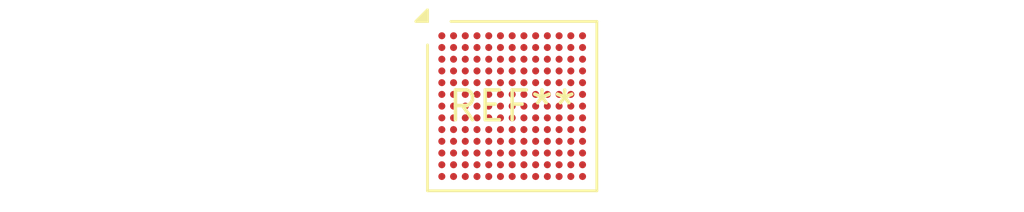
<source format=kicad_pcb>
(kicad_pcb (version 20240108) (generator pcbnew)
  (layers (0 "F.Cu" signal) (31 "B.Cu" signal) (34 "B.Paste" user) (35 "F.Paste" user) (36 "B.SilkS" user "B.Silkscreen") (37 "F.SilkS" user "F.Silkscreen") (38 "B.Mask" user) (39 "F.Mask" user) (44 "Edge.Cuts" user))
  (net 0 "")
  (footprint "ST_TFBGA-169_7x7mm_Layout13x13_P0.5mm" (layer "F.Cu") (at 0 0)
    (property "Reference" "REF**")
    (property "Value" "ST_TFBGA-169_7x7mm_Layout13x13_P0.5mm")
    (fp_line (start -3.61 3.61) (end -3.61 -2.61) (layer "F.SilkS") (stroke (width 0.12)))
    (fp_line (start -2.61 -3.61) (end 3.61 -3.61) (layer "F.SilkS") (stroke (width 0.12)))
    (fp_line (start 3.61 -3.61) (end 3.61 3.61) (layer "F.SilkS") (stroke (width 0.12)))
    (fp_line (start 3.61 3.61) (end -3.61 3.61) (layer "F.SilkS") (stroke (width 0.12)))
    (fp_poly (pts (xy -3.61 -3.61) (xy -4.11 -3.61) (xy -3.61 -4.11) (xy -3.61 -3.61)) (layer "F.SilkS") (stroke (width 0.12)) (fill solid))
    (pad "A1" smd circle (at -3 -3) (size 0.3 0.3) (property pad_prop_bga) (layers "F.Cu" "F.Paste" "F.Mask"))
    (pad "A2" smd circle (at -2.5 -3) (size 0.3 0.3) (property pad_prop_bga) (layers "F.Cu" "F.Paste" "F.Mask"))
    (pad "A3" smd circle (at -2 -3) (size 0.3 0.3) (property pad_prop_bga) (layers "F.Cu" "F.Paste" "F.Mask"))
    (pad "A4" smd circle (at -1.5 -3) (size 0.3 0.3) (property pad_prop_bga) (layers "F.Cu" "F.Paste" "F.Mask"))
    (pad "A5" smd circle (at -1 -3) (size 0.3 0.3) (property pad_prop_bga) (layers "F.Cu" "F.Paste" "F.Mask"))
    (pad "A6" smd circle (at -0.5 -3) (size 0.3 0.3) (property pad_prop_bga) (layers "F.Cu" "F.Paste" "F.Mask"))
    (pad "A7" smd circle (at 0 -3) (size 0.3 0.3) (property pad_prop_bga) (layers "F.Cu" "F.Paste" "F.Mask"))
    (pad "A8" smd circle (at 0.5 -3) (size 0.3 0.3) (property pad_prop_bga) (layers "F.Cu" "F.Paste" "F.Mask"))
    (pad "A9" smd circle (at 1 -3) (size 0.3 0.3) (property pad_prop_bga) (layers "F.Cu" "F.Paste" "F.Mask"))
    (pad "A10" smd circle (at 1.5 -3) (size 0.3 0.3) (property pad_prop_bga) (layers "F.Cu" "F.Paste" "F.Mask"))
    (pad "A11" smd circle (at 2 -3) (size 0.3 0.3) (property pad_prop_bga) (layers "F.Cu" "F.Paste" "F.Mask"))
    (pad "A12" smd circle (at 2.5 -3) (size 0.3 0.3) (property pad_prop_bga) (layers "F.Cu" "F.Paste" "F.Mask"))
    (pad "A13" smd circle (at 3 -3) (size 0.3 0.3) (property pad_prop_bga) (layers "F.Cu" "F.Paste" "F.Mask"))
    (pad "B1" smd circle (at -3 -2.5) (size 0.3 0.3) (property pad_prop_bga) (layers "F.Cu" "F.Paste" "F.Mask"))
    (pad "B2" smd circle (at -2.5 -2.5) (size 0.3 0.3) (property pad_prop_bga) (layers "F.Cu" "F.Paste" "F.Mask"))
    (pad "B3" smd circle (at -2 -2.5) (size 0.3 0.3) (property pad_prop_bga) (layers "F.Cu" "F.Paste" "F.Mask"))
    (pad "B4" smd circle (at -1.5 -2.5) (size 0.3 0.3) (property pad_prop_bga) (layers "F.Cu" "F.Paste" "F.Mask"))
    (pad "B5" smd circle (at -1 -2.5) (size 0.3 0.3) (property pad_prop_bga) (layers "F.Cu" "F.Paste" "F.Mask"))
    (pad "B6" smd circle (at -0.5 -2.5) (size 0.3 0.3) (property pad_prop_bga) (layers "F.Cu" "F.Paste" "F.Mask"))
    (pad "B7" smd circle (at 0 -2.5) (size 0.3 0.3) (property pad_prop_bga) (layers "F.Cu" "F.Paste" "F.Mask"))
    (pad "B8" smd circle (at 0.5 -2.5) (size 0.3 0.3) (property pad_prop_bga) (layers "F.Cu" "F.Paste" "F.Mask"))
    (pad "B9" smd circle (at 1 -2.5) (size 0.3 0.3) (property pad_prop_bga) (layers "F.Cu" "F.Paste" "F.Mask"))
    (pad "B10" smd circle (at 1.5 -2.5) (size 0.3 0.3) (property pad_prop_bga) (layers "F.Cu" "F.Paste" "F.Mask"))
    (pad "B11" smd circle (at 2 -2.5) (size 0.3 0.3) (property pad_prop_bga) (layers "F.Cu" "F.Paste" "F.Mask"))
    (pad "B12" smd circle (at 2.5 -2.5) (size 0.3 0.3) (property pad_prop_bga) (layers "F.Cu" "F.Paste" "F.Mask"))
    (pad "B13" smd circle (at 3 -2.5) (size 0.3 0.3) (property pad_prop_bga) (layers "F.Cu" "F.Paste" "F.Mask"))
    (pad "C1" smd circle (at -3 -2) (size 0.3 0.3) (property pad_prop_bga) (layers "F.Cu" "F.Paste" "F.Mask"))
    (pad "C2" smd circle (at -2.5 -2) (size 0.3 0.3) (property pad_prop_bga) (layers "F.Cu" "F.Paste" "F.Mask"))
    (pad "C3" smd circle (at -2 -2) (size 0.3 0.3) (property pad_prop_bga) (layers "F.Cu" "F.Paste" "F.Mask"))
    (pad "C4" smd circle (at -1.5 -2) (size 0.3 0.3) (property pad_prop_bga) (layers "F.Cu" "F.Paste" "F.Mask"))
    (pad "C5" smd circle (at -1 -2) (size 0.3 0.3) (property pad_prop_bga) (layers "F.Cu" "F.Paste" "F.Mask"))
    (pad "C6" smd circle (at -0.5 -2) (size 0.3 0.3) (property pad_prop_bga) (layers "F.Cu" "F.Paste" "F.Mask"))
    (pad "C7" smd circle (at 0 -2) (size 0.3 0.3) (property pad_prop_bga) (layers "F.Cu" "F.Paste" "F.Mask"))
    (pad "C8" smd circle (at 0.5 -2) (size 0.3 0.3) (property pad_prop_bga) (layers "F.Cu" "F.Paste" "F.Mask"))
    (pad "C9" smd circle (at 1 -2) (size 0.3 0.3) (property pad_prop_bga) (layers "F.Cu" "F.Paste" "F.Mask"))
    (pad "C10" smd circle (at 1.5 -2) (size 0.3 0.3) (property pad_prop_bga) (layers "F.Cu" "F.Paste" "F.Mask"))
    (pad "C11" smd circle (at 2 -2) (size 0.3 0.3) (property pad_prop_bga) (layers "F.Cu" "F.Paste" "F.Mask"))
    (pad "C12" smd circle (at 2.5 -2) (size 0.3 0.3) (property pad_prop_bga) (layers "F.Cu" "F.Paste" "F.Mask"))
    (pad "C13" smd circle (at 3 -2) (size 0.3 0.3) (property pad_prop_bga) (layers "F.Cu" "F.Paste" "F.Mask"))
    (pad "D1" smd circle (at -3 -1.5) (size 0.3 0.3) (property pad_prop_bga) (layers "F.Cu" "F.Paste" "F.Mask"))
    (pad "D2" smd circle (at -2.5 -1.5) (size 0.3 0.3) (property pad_prop_bga) (layers "F.Cu" "F.Paste" "F.Mask"))
    (pad "D3" smd circle (at -2 -1.5) (size 0.3 0.3) (property pad_prop_bga) (layers "F.Cu" "F.Paste" "F.Mask"))
    (pad "D4" smd circle (at -1.5 -1.5) (size 0.3 0.3) (property pad_prop_bga) (layers "F.Cu" "F.Paste" "F.Mask"))
    (pad "D5" smd circle (at -1 -1.5) (size 0.3 0.3) (property pad_prop_bga) (layers "F.Cu" "F.Paste" "F.Mask"))
    (pad "D6" smd circle (at -0.5 -1.5) (size 0.3 0.3) (property pad_prop_bga) (layers "F.Cu" "F.Paste" "F.Mask"))
    (pad "D7" smd circle (at 0 -1.5) (size 0.3 0.3) (property pad_prop_bga) (layers "F.Cu" "F.Paste" "F.Mask"))
    (pad "D8" smd circle (at 0.5 -1.5) (size 0.3 0.3) (property pad_prop_bga) (layers "F.Cu" "F.Paste" "F.Mask"))
    (pad "D9" smd circle (at 1 -1.5) (size 0.3 0.3) (property pad_prop_bga) (layers "F.Cu" "F.Paste" "F.Mask"))
    (pad "D10" smd circle (at 1.5 -1.5) (size 0.3 0.3) (property pad_prop_bga) (layers "F.Cu" "F.Paste" "F.Mask"))
    (pad "D11" smd circle (at 2 -1.5) (size 0.3 0.3) (property pad_prop_bga) (layers "F.Cu" "F.Paste" "F.Mask"))
    (pad "D12" smd circle (at 2.5 -1.5) (size 0.3 0.3) (property pad_prop_bga) (layers "F.Cu" "F.Paste" "F.Mask"))
    (pad "D13" smd circle (at 3 -1.5) (size 0.3 0.3) (property pad_prop_bga) (layers "F.Cu" "F.Paste" "F.Mask"))
    (pad "E1" smd circle (at -3 -1) (size 0.3 0.3) (property pad_prop_bga) (layers "F.Cu" "F.Paste" "F.Mask"))
    (pad "E2" smd circle (at -2.5 -1) (size 0.3 0.3) (property pad_prop_bga) (layers "F.Cu" "F.Paste" "F.Mask"))
    (pad "E3" smd circle (at -2 -1) (size 0.3 0.3) (property pad_prop_bga) (layers "F.Cu" "F.Paste" "F.Mask"))
    (pad "E4" smd circle (at -1.5 -1) (size 0.3 0.3) (property pad_prop_bga) (layers "F.Cu" "F.Paste" "F.Mask"))
    (pad "E5" smd circle (at -1 -1) (size 0.3 0.3) (property pad_prop_bga) (layers "F.Cu" "F.Paste" "F.Mask"))
    (pad "E6" smd circle (at -0.5 -1) (size 0.3 0.3) (property pad_prop_bga) (layers "F.Cu" "F.Paste" "F.Mask"))
    (pad "E7" smd circle (at 0 -1) (size 0.3 0.3) (property pad_prop_bga) (layers "F.Cu" "F.Paste" "F.Mask"))
    (pad "E8" smd circle (at 0.5 -1) (size 0.3 0.3) (property pad_prop_bga) (layers "F.Cu" "F.Paste" "F.Mask"))
    (pad "E9" smd circle (at 1 -1) (size 0.3 0.3) (property pad_prop_bga) (layers "F.Cu" "F.Paste" "F.Mask"))
    (pad "E10" smd circle (at 1.5 -1) (size 0.3 0.3) (property pad_prop_bga) (layers "F.Cu" "F.Paste" "F.Mask"))
    (pad "E11" smd circle (at 2 -1) (size 0.3 0.3) (property pad_prop_bga) (layers "F.Cu" "F.Paste" "F.Mask"))
    (pad "E12" smd circle (at 2.5 -1) (size 0.3 0.3) (property pad_prop_bga) (layers "F.Cu" "F.Paste" "F.Mask"))
    (pad "E13" smd circle (at 3 -1) (size 0.3 0.3) (property pad_prop_bga) (layers "F.Cu" "F.Paste" "F.Mask"))
    (pad "F1" smd circle (at -3 -0.5) (size 0.3 0.3) (property pad_prop_bga) (layers "F.Cu" "F.Paste" "F.Mask"))
    (pad "F2" smd circle (at -2.5 -0.5) (size 0.3 0.3) (property pad_prop_bga) (layers "F.Cu" "F.Paste" "F.Mask"))
    (pad "F3" smd circle (at -2 -0.5) (size 0.3 0.3) (property pad_prop_bga) (layers "F.Cu" "F.Paste" "F.Mask"))
    (pad "F4" smd circle (at -1.5 -0.5) (size 0.3 0.3) (property pad_prop_bga) (layers "F.Cu" "F.Paste" "F.Mask"))
    (pad "F5" smd circle (at -1 -0.5) (size 0.3 0.3) (property pad_prop_bga) (layers "F.Cu" "F.Paste" "F.Mask"))
    (pad "F6" smd circle (at -0.5 -0.5) (size 0.3 0.3) (property pad_prop_bga) (layers "F.Cu" "F.Paste" "F.Mask"))
    (pad "F7" smd circle (at 0 -0.5) (size 0.3 0.3) (property pad_prop_bga) (layers "F.Cu" "F.Paste" "F.Mask"))
    (pad "F8" smd circle (at 0.5 -0.5) (size 0.3 0.3) (property pad_prop_bga) (layers "F.Cu" "F.Paste" "F.Mask"))
    (pad "F9" smd circle (at 1 -0.5) (size 0.3 0.3) (property pad_prop_bga) (layers "F.Cu" "F.Paste" "F.Mask"))
    (pad "F10" smd circle (at 1.5 -0.5) (size 0.3 0.3) (property pad_prop_bga) (layers "F.Cu" "F.Paste" "F.Mask"))
    (pad "F11" smd circle (at 2 -0.5) (size 0.3 0.3) (property pad_prop_bga) (layers "F.Cu" "F.Paste" "F.Mask"))
    (pad "F12" smd circle (at 2.5 -0.5) (size 0.3 0.3) (property pad_prop_bga) (layers "F.Cu" "F.Paste" "F.Mask"))
    (pad "F13" smd circle (at 3 -0.5) (size 0.3 0.3) (property pad_prop_bga) (layers "F.Cu" "F.Paste" "F.Mask"))
    (pad "G1" smd circle (at -3 0) (size 0.3 0.3) (property pad_prop_bga) (layers "F.Cu" "F.Paste" "F.Mask"))
    (pad "G2" smd circle (at -2.5 0) (size 0.3 0.3) (property pad_prop_bga) (layers "F.Cu" "F.Paste" "F.Mask"))
    (pad "G3" smd circle (at -2 0) (size 0.3 0.3) (property pad_prop_bga) (layers "F.Cu" "F.Paste" "F.Mask"))
    (pad "G4" smd circle (at -1.5 0) (size 0.3 0.3) (property pad_prop_bga) (layers "F.Cu" "F.Paste" "F.Mask"))
    (pad "G5" smd circle (at -1 0) (size 0.3 0.3) (property pad_prop_bga) (layers "F.Cu" "F.Paste" "F.Mask"))
    (pad "G6" smd circle (at -0.5 0) (size 0.3 0.3) (property pad_prop_bga) (layers "F.Cu" "F.Paste" "F.Mask"))
    (pad "G7" smd circle (at 0 0) (size 0.3 0.3) (property pad_prop_bga) (layers "F.Cu" "F.Paste" "F.Mask"))
    (pad "G8" smd circle (at 0.5 0) (size 0.3 0.3) (property pad_prop_bga) (layers "F.Cu" "F.Paste" "F.Mask"))
    (pad "G9" smd circle (at 1 0) (size 0.3 0.3) (property pad_prop_bga) (layers "F.Cu" "F.Paste" "F.Mask"))
    (pad "G10" smd circle (at 1.5 0) (size 0.3 0.3) (property pad_prop_bga) (layers "F.Cu" "F.Paste" "F.Mask"))
    (pad "G11" smd circle (at 2 0) (size 0.3 0.3) (property pad_prop_bga) (layers "F.Cu" "F.Paste" "F.Mask"))
    (pad "G12" smd circle (at 2.5 0) (size 0.3 0.3) (property pad_prop_bga) (layers "F.Cu" "F.Paste" "F.Mask"))
    (pad "G13" smd circle (at 3 0) (size 0.3 0.3) (property pad_prop_bga) (layers "F.Cu" "F.Paste" "F.Mask"))
    (pad "H1" smd circle (at -3 0.5) (size 0.3 0.3) (property pad_prop_bga) (layers "F.Cu" "F.Paste" "F.Mask"))
    (pad "H2" smd circle (at -2.5 0.5) (size 0.3 0.3) (property pad_prop_bga) (layers "F.Cu" "F.Paste" "F.Mask"))
    (pad "H3" smd circle (at -2 0.5) (size 0.3 0.3) (property pad_prop_bga) (layers "F.Cu" "F.Paste" "F.Mask"))
    (pad "H4" smd circle (at -1.5 0.5) (size 0.3 0.3) (property pad_prop_bga) (layers "F.Cu" "F.Paste" "F.Mask"))
    (pad "H5" smd circle (at -1 0.5) (size 0.3 0.3) (property pad_prop_bga) (layers "F.Cu" "F.Paste" "F.Mask"))
    (pad "H6" smd circle (at -0.5 0.5) (size 0.3 0.3) (property pad_prop_bga) (layers "F.Cu" "F.Paste" "F.Mask"))
    (pad "H7" smd circle (at 0 0.5) (size 0.3 0.3) (property pad_prop_bga) (layers "F.Cu" "F.Paste" "F.Mask"))
    (pad "H8" smd circle (at 0.5 0.5) (size 0.3 0.3) (property pad_prop_bga) (layers "F.Cu" "F.Paste" "F.Mask"))
    (pad "H9" smd circle (at 1 0.5) (size 0.3 0.3) (property pad_prop_bga) (layers "F.Cu" "F.Paste" "F.Mask"))
    (pad "H10" smd circle (at 1.5 0.5) (size 0.3 0.3) (property pad_prop_bga) (layers "F.Cu" "F.Paste" "F.Mask"))
    (pad "H11" smd circle (at 2 0.5) (size 0.3 0.3) (property pad_prop_bga) (layers "F.Cu" "F.Paste" "F.Mask"))
    (pad "H12" smd circle (at 2.5 0.5) (size 0.3 0.3) (property pad_prop_bga) (layers "F.Cu" "F.Paste" "F.Mask"))
    (pad "H13" smd circle (at 3 0.5) (size 0.3 0.3) (property pad_prop_bga) (layers "F.Cu" "F.Paste" "F.Mask"))
    (pad "J1" smd circle (at -3 1) (size 0.3 0.3) (property pad_prop_bga) (layers "F.Cu" "F.Paste" "F.Mask"))
    (pad "J2" smd circle (at -2.5 1) (size 0.3 0.3) (property pad_prop_bga) (layers "F.Cu" "F.Paste" "F.Mask"))
    (pad "J3" smd circle (at -2 1) (size 0.3 0.3) (property pad_prop_bga) (layers "F.Cu" "F.Paste" "F.Mask"))
    (pad "J4" smd circle (at -1.5 1) (size 0.3 0.3) (property pad_prop_bga) (layers "F.Cu" "F.Paste" "F.Mask"))
    (pad "J5" smd circle (at -1 1) (size 0.3 0.3) (property pad_prop_bga) (layers "F.Cu" "F.Paste" "F.Mask"))
    (pad "J6" smd circle (at -0.5 1) (size 0.3 0.3) (property pad_prop_bga) (layers "F.Cu" "F.Paste" "F.Mask"))
    (pad "J7" smd circle (at 0 1) (size 0.3 0.3) (property pad_prop_bga) (layers "F.Cu" "F.Paste" "F.Mask"))
    (pad "J8" smd circle (at 0.5 1) (size 0.3 0.3) (property pad_prop_bga) (layers "F.Cu" "F.Paste" "F.Mask"))
    (pad "J9" smd circle (at 1 1) (size 0.3 0.3) (property pad_prop_bga) (layers "F.Cu" "F.Paste" "F.Mask"))
    (pad "J10" smd circle (at 1.5 1) (size 0.3 0.3) (property pad_prop_bga) (layers "F.Cu" "F.Paste" "F.Mask"))
    (pad "J11" smd circle (at 2 1) (size 0.3 0.3) (property pad_prop_bga) (layers "F.Cu" "F.Paste" "F.Mask"))
    (pad "J12" smd circle (at 2.5 1) (size 0.3 0.3) (property pad_prop_bga) (layers "F.Cu" "F.Paste" "F.Mask"))
    (pad "J13" smd circle (at 3 1) (size 0.3 0.3) (property pad_prop_bga) (layers "F.Cu" "F.Paste" "F.Mask"))
    (pad "K1" smd circle (at -3 1.5) (size 0.3 0.3) (property pad_prop_bga) (layers "F.Cu" "F.Paste" "F.Mask"))
    (pad "K2" smd circle (at -2.5 1.5) (size 0.3 0.3) (property pad_prop_bga) (layers "F.Cu" "F.Paste" "F.Mask"))
    (pad "K3" smd circle (at -2 1.5) (size 0.3 0.3) (property pad_prop_bga) (layers "F.Cu" "F.Paste" "F.Mask"))
    (pad "K4" smd circle (at -1.5 1.5) (size 0.3 0.3) (property pad_prop_bga) (layers "F.Cu" "F.Paste" "F.Mask"))
    (pad "K5" smd circle (at -1 1.5) (size 0.3 0.3) (property pad_prop_bga) (layers "F.Cu" "F.Paste" "F.Mask"))
    (pad "K6" smd circle (at -0.5 1.5) (size 0.3 0.3) (property pad_prop_bga) (layers "F.Cu" "F.Paste" "F.Mask"))
    (pad "K7" smd circle (at 0 1.5) (size 0.3 0.3) (property pad_prop_bga) (layers "F.Cu" "F.Paste" "F.Mask"))
    (pad "K8" smd circle (at 0.5 1.5) (size 0.3 0.3) (property pad_prop_bga) (layers "F.Cu" "F.Paste" "F.Mask"))
    (pad "K9" smd circle (at 1 1.5) (size 0.3 0.3) (property pad_prop_bga) (layers "F.Cu" "F.Paste" "F.Mask"))
    (pad "K10" smd circle (at 1.5 1.5) (size 0.3 0.3) (property pad_prop_bga) (layers "F.Cu" "F.Paste" "F.Mask"))
    (pad "K11" smd circle (at 2 1.5) (size 0.3 0.3) (property pad_prop_bga) (layers "F.Cu" "F.Paste" "F.Mask"))
    (pad "K12" smd circle (at 2.5 1.5) (size 0.3 0.3) (property pad_prop_bga) (layers "F.Cu" "F.Paste" "F.Mask"))
    (pad "K13" smd circle (at 3 1.5) (size 0.3 0.3) (property pad_prop_bga) (layers "F.Cu" "F.Paste" "F.Mask"))
    (pad "L1" smd circle (at -3 2) (size 0.3 0.3) (property pad_prop_bga) (layers "F.Cu" "F.Paste" "F.Mask"))
    (pad "L2" smd circle (at -2.5 2) (size 0.3 0.3) (property pad_prop_bga) (layers "F.Cu" "F.Paste" "F.Mask"))
    (pad "L3" smd circle (at -2 2) (size 0.3 0.3) (property pad_prop_bga) (layers "F.Cu" "F.Paste" "F.Mask"))
    (pad "L4" smd circle (at -1.5 2) (size 0.3 0.3) (property pad_prop_bga) (layers "F.Cu" "F.Paste" "F.Mask"))
    (pad "L5" smd circle (at -1 2) (size 0.3 0.3) (property pad_prop_bga) (layers "F.Cu" "F.Paste" "F.Mask"))
    (pad "L6" smd circle (at -0.5 2) (size 0.3 0.3) (property pad_prop_bga) (layers "F.Cu" "F.Paste" "F.Mask"))
    (pad "L7" smd circle (at 0 2) (size 0.3 0.3) (property pad_prop_bga) (layers "F.Cu" "F.Paste" "F.Mask"))
    (pad "L8" smd circle (at 0.5 2) (size 0.3 0.3) (property pad_prop_bga) (layers "F.Cu" "F.Paste" "F.Mask"))
    (pad "L9" smd circle (at 1 2) (size 0.3 0.3) (property pad_prop_bga) (layers "F.Cu" "F.Paste" "F.Mask"))
    (pad "L10" smd circle (at 1.5 2) (size 0.3 0.3) (property pad_prop_bga) (layers "F.Cu" "F.Paste" "F.Mask"))
    (pad "L11" smd circle (at 2 2) (size 0.3 0.3) (property pad_prop_bga) (layers "F.Cu" "F.Paste" "F.Mask"))
    (pad "L12" smd circle (at 2.5 2) (size 0.3 0.3) (property pad_prop_bga) (layers "F.Cu" "F.Paste" "F.Mask"))
    (pad "L13" smd circle (at 3 2) (size 0.3 0.3) (property pad_prop_bga) (layers "F.Cu" "F.Paste" "F.Mask"))
    (pad "M1" smd circle (at -3 2.5) (size 0.3 0.3) (property pad_prop_bga) (layers "F.Cu" "F.Paste" "F.Mask"))
    (pad "M2" smd circle (at -2.5 2.5) (size 0.3 0.3) (property pad_prop_bga) (layers "F.Cu" "F.Paste" "F.Mask"))
    (pad "M3" smd circle (at -2 2.5) (size 0.3 0.3) (property pad_prop_bga) (layers "F.Cu" "F.Paste" "F.Mask"))
    (pad "M4" smd circle (at -1.5 2.5) (size 0.3 0.3) (property pad_prop_bga) (layers "F.Cu" "F.Paste" "F.Mask"))
    (pad "M5" smd circle (at -1 2.5) (size 0.3 0.3) (property pad_prop_bga) (layers "F.Cu" "F.Paste" "F.Mask"))
    (pad "M6" smd circle (at -0.5 2.5) (size 0.3 0.3) (property pad_prop_bga) (layers "F.Cu" "F.Paste" "F.Mask"))
    (pad "M7" smd circle (at 0 2.5) (size 0.3 0.3) (property pad_prop_bga) (layers "F.Cu" "F.Paste" "F.Mask"))
    (pad "M8" smd circle (at 0.5 2.5) (size 0.3 0.3) (property pad_prop_bga) (layers "F.Cu" "F.Paste" "F.Mask"))
    (pad "M9" smd circle (at 1 2.5) (size 0.3 0.3) (property pad_prop_bga) (layers "F.Cu" "F.Paste" "F.Mask"))
    (pad "M10" smd circle (at 1.5 2.5) (size 0.3 0.3) (property pad_prop_bga) (layers "F.Cu" "F.Paste" "F.Mask"))
    (pad "M11" smd circle (at 2 2.5) (size 0.3 0.3) (property pad_prop_bga) (layers "F.Cu" "F.Paste" "F.Mask"))
    (pad "M12" smd circle (at 2.5 2.5) (size 0.3 0.3) (property pad_prop_bga) (layers "F.Cu" "F.Paste" "F.Mask"))
    (pad "M13" smd circle (at 3 2.5) (size 0.3 0.3) (property pad_prop_bga) (layers "F.Cu" "F.Paste" "F.Mask"))
    (pad "N1" smd circle (at -3 3) (size 0.3 0.3) (property pad_prop_bga) (layers "F.Cu" "F.Paste" "F.Mask"))
    (pad "N2" smd circle (at -2.5 3) (size 0.3 0.3) (property pad_prop_bga) (layers "F.Cu" "F.Paste" "F.Mask"))
    (pad "N3" smd circle (at -2 3) (size 0.3 0.3) (property pad_prop_bga) (layers "F.Cu" "F.Paste" "F.Mask"))
    (pad "N4" smd circle (at -1.5 3) (size 0.3 0.3) (property pad_prop_bga) (layers "F.Cu" "F.Paste" "F.Mask"))
    (pad "N5" smd circle (at -1 3) (size 0.3 0.3) (property pad_prop_bga) (layers "F.Cu" "F.Paste" "F.Mask"))
    (pad "N6" smd circle (at -0.5 3) (size 0.3 0.3) (property pad_prop_bga) (layers "F.Cu" "F.Paste" "F.Mask"))
    (pad "N7" smd circle (at 0 3) (size 0.3 0.3) (property pad_prop_bga) (layers "F.Cu" "F.Paste" "F.Mask"))
    (pad "N8" smd circle (at 0.5 3) (size 0.3 0.3) (property pad_prop_bga) (layers "F.Cu" "F.Paste" "F.Mask"))
    (pad "N9" smd circle (at 1 3) (size 0.3 0.3) (property pad_prop_bga) (layers "F.Cu" "F.Paste" "F.Mask"))
    (pad "N10" smd circle (at 1.5 3) (size 0.3 0.3) (property pad_prop_bga) (layers "F.Cu" "F.Paste" "F.Mask"))
    (pad "N11" smd circle (at 2 3) (size 0.3 0.3) (property pad_prop_bga) (layers "F.Cu" "F.Paste" "F.Mask"))
    (pad "N12" smd circle (at 2.5 3) (size 0.3 0.3) (property pad_prop_bga) (layers "F.Cu" "F.Paste" "F.Mask"))
    (pad "N13" smd circle (at 3 3) (size 0.3 0.3) (property pad_prop_bga) (layers "F.Cu" "F.Paste" "F.Mask"))
  )
)
</source>
